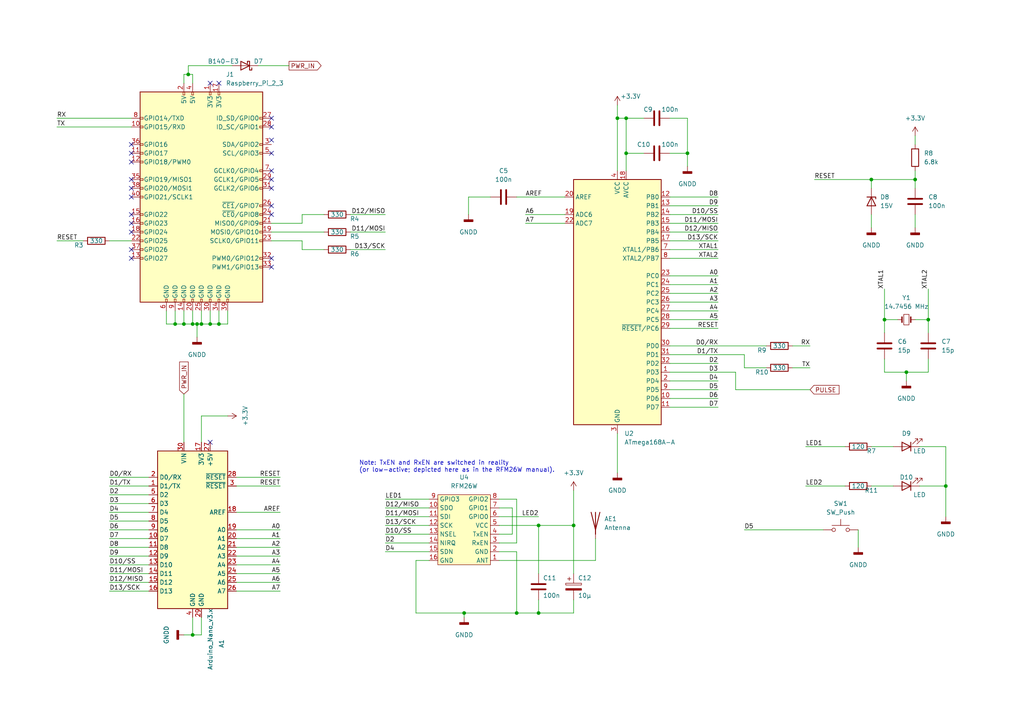
<source format=kicad_sch>
(kicad_sch (version 20211123) (generator eeschema)
  (paper "A4")
  (lib_symbols
    (symbol "Connector:Raspberry_Pi_2_3" (pin_names (offset 1.016))
      (property "Reference" "J" (at -17.78 31.75 0))
      (property "Value" "Raspberry_Pi_2_3" (at 10.16 -31.75 0))
      (symbol "Raspberry_Pi_2_3_0_1"
        (rectangle (start -17.78 30.48) (end 17.78 -30.48) (stroke (width 0.254)) (fill (type background)))
      )
      (symbol "Raspberry_Pi_2_3_1_1"
        (rectangle (start -16.891 -17.526) (end -17.78 -18.034))
        (rectangle (start -16.891 -14.986) (end -17.78 -15.494))
        (rectangle (start -16.891 -12.446) (end -17.78 -12.954))
        (rectangle (start -16.891 -9.906) (end -17.78 -10.414))
        (rectangle (start -16.891 -7.366) (end -17.78 -7.874))
        (rectangle (start -16.891 -4.826) (end -17.78 -5.334))
        (rectangle (start -16.891 0.254) (end -17.78 -0.254))
        (rectangle (start -16.891 2.794) (end -17.78 2.286))
        (rectangle (start -16.891 5.334) (end -17.78 4.826))
        (rectangle (start -16.891 10.414) (end -17.78 9.906))
        (rectangle (start -16.891 12.954) (end -17.78 12.446))
        (rectangle (start -16.891 15.494) (end -17.78 14.986))
        (rectangle (start -16.891 20.574) (end -17.78 20.066))
        (rectangle (start -16.891 23.114) (end -17.78 22.606))
        (rectangle (start -10.414 -29.591) (end -9.906 -30.48))
        (rectangle (start -7.874 -29.591) (end -7.366 -30.48))
        (rectangle (start -5.334 -29.591) (end -4.826 -30.48))
        (rectangle (start -5.334 30.48) (end -4.826 29.591))
        (rectangle (start -2.794 -29.591) (end -2.286 -30.48))
        (rectangle (start -2.794 30.48) (end -2.286 29.591))
        (rectangle (start -0.254 -29.591) (end 0.254 -30.48))
        (rectangle (start 2.286 -29.591) (end 2.794 -30.48))
        (rectangle (start 2.286 30.48) (end 2.794 29.591))
        (rectangle (start 4.826 -29.591) (end 5.334 -30.48))
        (rectangle (start 4.826 30.48) (end 5.334 29.591))
        (rectangle (start 7.366 -29.591) (end 7.874 -30.48))
        (rectangle (start 17.78 -20.066) (end 16.891 -20.574))
        (rectangle (start 17.78 -17.526) (end 16.891 -18.034))
        (rectangle (start 17.78 -12.446) (end 16.891 -12.954))
        (rectangle (start 17.78 -9.906) (end 16.891 -10.414))
        (rectangle (start 17.78 -7.366) (end 16.891 -7.874))
        (rectangle (start 17.78 -4.826) (end 16.891 -5.334))
        (rectangle (start 17.78 -2.286) (end 16.891 -2.794))
        (rectangle (start 17.78 2.794) (end 16.891 2.286))
        (rectangle (start 17.78 5.334) (end 16.891 4.826))
        (rectangle (start 17.78 7.874) (end 16.891 7.366))
        (rectangle (start 17.78 12.954) (end 16.891 12.446))
        (rectangle (start 17.78 15.494) (end 16.891 14.986))
        (rectangle (start 17.78 20.574) (end 16.891 20.066))
        (rectangle (start 17.78 23.114) (end 16.891 22.606))
        (pin power_in line (at 2.54 33.02 270) (length 2.54) (name "3V3") (number "1"))
        (pin bidirectional line (at -20.32 20.32 0) (length 2.54) (name "GPIO15/RXD") (number "10"))
        (pin bidirectional line (at -20.32 12.7 0) (length 2.54) (name "GPIO17") (number "11"))
        (pin bidirectional line (at -20.32 10.16 0) (length 2.54) (name "GPIO18/PWM0") (number "12"))
        (pin bidirectional line (at -20.32 -17.78 0) (length 2.54) (name "GPIO27") (number "13"))
        (pin power_in line (at -5.08 -33.02 90) (length 2.54) (name "GND") (number "14"))
        (pin bidirectional line (at -20.32 -5.08 0) (length 2.54) (name "GPIO22") (number "15"))
        (pin bidirectional line (at -20.32 -7.62 0) (length 2.54) (name "GPIO23") (number "16"))
        (pin power_in line (at 5.08 33.02 270) (length 2.54) (name "3V3") (number "17"))
        (pin bidirectional line (at -20.32 -10.16 0) (length 2.54) (name "GPIO24") (number "18"))
        (pin bidirectional line (at 20.32 -10.16 180) (length 2.54) (name "MOSI0/GPIO10") (number "19"))
        (pin power_in line (at -5.08 33.02 270) (length 2.54) (name "5V") (number "2"))
        (pin power_in line (at -2.54 -33.02 90) (length 2.54) (name "GND") (number "20"))
        (pin bidirectional line (at 20.32 -7.62 180) (length 2.54) (name "MISO0/GPIO9") (number "21"))
        (pin bidirectional line (at -20.32 -12.7 0) (length 2.54) (name "GPIO25") (number "22"))
        (pin bidirectional line (at 20.32 -12.7 180) (length 2.54) (name "SCLK0/GPIO11") (number "23"))
        (pin bidirectional line (at 20.32 -5.08 180) (length 2.54) (name "~{CE0}/GPIO8") (number "24"))
        (pin power_in line (at 0 -33.02 90) (length 2.54) (name "GND") (number "25"))
        (pin bidirectional line (at 20.32 -2.54 180) (length 2.54) (name "~{CE1}/GPIO7") (number "26"))
        (pin bidirectional line (at 20.32 22.86 180) (length 2.54) (name "ID_SD/GPIO0") (number "27"))
        (pin bidirectional line (at 20.32 20.32 180) (length 2.54) (name "ID_SC/GPIO1") (number "28"))
        (pin bidirectional line (at 20.32 5.08 180) (length 2.54) (name "GCLK1/GPIO5") (number "29"))
        (pin bidirectional line (at 20.32 15.24 180) (length 2.54) (name "SDA/GPIO2") (number "3"))
        (pin power_in line (at 2.54 -33.02 90) (length 2.54) (name "GND") (number "30"))
        (pin bidirectional line (at 20.32 2.54 180) (length 2.54) (name "GCLK2/GPIO6") (number "31"))
        (pin bidirectional line (at 20.32 -17.78 180) (length 2.54) (name "PWM0/GPIO12") (number "32"))
        (pin bidirectional line (at 20.32 -20.32 180) (length 2.54) (name "PWM1/GPIO13") (number "33"))
        (pin power_in line (at 5.08 -33.02 90) (length 2.54) (name "GND") (number "34"))
        (pin bidirectional line (at -20.32 5.08 0) (length 2.54) (name "GPIO19/MISO1") (number "35"))
        (pin bidirectional line (at -20.32 15.24 0) (length 2.54) (name "GPIO16") (number "36"))
        (pin bidirectional line (at -20.32 -15.24 0) (length 2.54) (name "GPIO26") (number "37"))
        (pin bidirectional line (at -20.32 2.54 0) (length 2.54) (name "GPIO20/MOSI1") (number "38"))
        (pin power_in line (at 7.62 -33.02 90) (length 2.54) (name "GND") (number "39"))
        (pin power_in line (at -2.54 33.02 270) (length 2.54) (name "5V") (number "4"))
        (pin bidirectional line (at -20.32 0 0) (length 2.54) (name "GPIO21/SCLK1") (number "40"))
        (pin bidirectional line (at 20.32 12.7 180) (length 2.54) (name "SCL/GPIO3") (number "5"))
        (pin power_in line (at -10.16 -33.02 90) (length 2.54) (name "GND") (number "6"))
        (pin bidirectional line (at 20.32 7.62 180) (length 2.54) (name "GCLK0/GPIO4") (number "7"))
        (pin bidirectional line (at -20.32 22.86 0) (length 2.54) (name "GPIO14/TXD") (number "8"))
        (pin power_in line (at -7.62 -33.02 90) (length 2.54) (name "GND") (number "9"))
      )
    )
    (symbol "Device:Antenna" (pin_numbers hide) (pin_names (offset 1.016) hide)
      (property "Reference" "AE" (at -1.905 1.905 0))
      (property "Value" "Antenna" (at -1.905 0 0))
      (symbol "Antenna_0_1"
        (polyline (pts (xy 0 2.54) (xy 0 -3.81)) (stroke (width 0.254)))
        (polyline (pts (xy 1.27 2.54) (xy 0 -2.54) (xy -1.27 2.54)) (stroke (width 0.254)))
      )
      (symbol "Antenna_1_1"
        (pin input line (at 0 -5.08 90) (length 2.54) (name "A") (number "1"))
      )
    )
    (symbol "Device:C" (pin_numbers hide) (pin_names (offset 0.254))
      (property "Reference" "C" (at 0.635 2.54 0))
      (property "Value" "C" (at 0.635 -2.54 0))
      (symbol "C_0_1"
        (polyline (pts (xy -2.032 -0.762) (xy 2.032 -0.762)) (stroke (width 0.508)))
        (polyline (pts (xy -2.032 0.762) (xy 2.032 0.762)) (stroke (width 0.508)))
      )
      (symbol "C_1_1"
        (pin passive line (at 0 3.81 270) (length 2.794) (name "~") (number "1"))
        (pin passive line (at 0 -3.81 90) (length 2.794) (name "~") (number "2"))
      )
    )
    (symbol "Device:C_Polarized" (pin_numbers hide) (pin_names (offset 0.254))
      (property "Reference" "C" (at 0.635 2.54 0))
      (property "Value" "C_Polarized" (at 0.635 -2.54 0))
      (symbol "C_Polarized_0_1"
        (rectangle (start -2.286 0.508) (end 2.286 1.016))
        (polyline (pts (xy -1.778 2.286) (xy -0.762 2.286)))
        (polyline (pts (xy -1.27 2.794) (xy -1.27 1.778)))
        (rectangle (start 2.286 -0.508) (end -2.286 -1.016) (fill (type outline)))
      )
      (symbol "C_Polarized_1_1"
        (pin passive line (at 0 3.81 270) (length 2.794) (name "~") (number "1"))
        (pin passive line (at 0 -3.81 90) (length 2.794) (name "~") (number "2"))
      )
    )
    (symbol "Device:Crystal_Small" (pin_numbers hide) (pin_names (offset 1.016) hide)
      (property "Reference" "Y" (at 0 2.54 0))
      (property "Value" "Crystal_Small" (at 0 -2.54 0))
      (symbol "Crystal_Small_0_1"
        (rectangle (start -0.762 -1.524) (end 0.762 1.524))
        (polyline (pts (xy -1.27 -0.762) (xy -1.27 0.762)) (stroke (width 0.381)))
        (polyline (pts (xy 1.27 -0.762) (xy 1.27 0.762)) (stroke (width 0.381)))
      )
      (symbol "Crystal_Small_1_1"
        (pin passive line (at -2.54 0 0) (length 1.27) (name "1") (number "1"))
        (pin passive line (at 2.54 0 180) (length 1.27) (name "2") (number "2"))
      )
    )
    (symbol "Device:D_Zener" (pin_numbers hide) (pin_names (offset 1.016) hide)
      (property "Reference" "D" (at 0 2.54 0))
      (property "Value" "D_Zener" (at 0 -2.54 0))
      (symbol "D_Zener_0_1"
        (polyline (pts (xy 1.27 0) (xy -1.27 0)))
        (polyline (pts (xy -1.27 -1.27) (xy -1.27 1.27) (xy -0.762 1.27)) (stroke (width 0.254)))
        (polyline (pts (xy 1.27 -1.27) (xy 1.27 1.27) (xy -1.27 0) (xy 1.27 -1.27)) (stroke (width 0.254)))
      )
      (symbol "D_Zener_1_1"
        (pin passive line (at -3.81 0 0) (length 2.54) (name "K") (number "1"))
        (pin passive line (at 3.81 0 180) (length 2.54) (name "A") (number "2"))
      )
    )
    (symbol "Device:LED" (pin_numbers hide) (pin_names (offset 1.016) hide)
      (property "Reference" "D" (at 0 2.54 0))
      (property "Value" "LED" (at 0 -2.54 0))
      (symbol "LED_0_1"
        (polyline (pts (xy -1.27 -1.27) (xy -1.27 1.27)) (stroke (width 0.254)))
        (polyline (pts (xy -1.27 0) (xy 1.27 0)))
        (polyline (pts (xy 1.27 -1.27) (xy 1.27 1.27) (xy -1.27 0) (xy 1.27 -1.27)) (stroke (width 0.254)))
        (polyline (pts (xy -3.048 -0.762) (xy -4.572 -2.286) (xy -3.81 -2.286) (xy -4.572 -2.286) (xy -4.572 -1.524)))
        (polyline (pts (xy -1.778 -0.762) (xy -3.302 -2.286) (xy -2.54 -2.286) (xy -3.302 -2.286) (xy -3.302 -1.524)))
      )
      (symbol "LED_1_1"
        (pin passive line (at -3.81 0 0) (length 2.54) (name "K") (number "1"))
        (pin passive line (at 3.81 0 180) (length 2.54) (name "A") (number "2"))
      )
    )
    (symbol "Device:R" (pin_numbers hide) (pin_names (offset 0))
      (property "Reference" "R" (at 2.032 0 90))
      (property "Value" "R" (at 0 0 90))
      (symbol "R_0_1"
        (rectangle (start -1.016 -2.54) (end 1.016 2.54) (stroke (width 0.254)))
      )
      (symbol "R_1_1"
        (pin passive line (at 0 3.81 270) (length 1.27) (name "~") (number "1"))
        (pin passive line (at 0 -3.81 90) (length 1.27) (name "~") (number "2"))
      )
    )
    (symbol "Diode:B140-E3" (pin_numbers hide) (pin_names hide)
      (property "Reference" "D" (at 0 2.54 0))
      (property "Value" "B140-E3" (at 0 -2.54 0))
      (symbol "B140-E3_0_1"
        (polyline (pts (xy 1.27 0) (xy -1.27 0)))
        (polyline (pts (xy 1.27 1.27) (xy 1.27 -1.27) (xy -1.27 0) (xy 1.27 1.27)) (stroke (width 0.254)))
        (polyline (pts (xy -1.905 0.635) (xy -1.905 1.27) (xy -1.27 1.27) (xy -1.27 -1.27) (xy -0.635 -1.27) (xy -0.635 -0.635)) (stroke (width 0.254)))
      )
      (symbol "B140-E3_1_1"
        (pin passive line (at -3.81 0 0) (length 2.54) (name "K") (number "1"))
        (pin passive line (at 3.81 0 180) (length 2.54) (name "A") (number "2"))
      )
    )
    (symbol "MCU_Microchip_ATmega:ATmega168A-A"
      (property "Reference" "U" (at -12.7 36.83 0))
      (property "Value" "ATmega168A-A" (at 2.54 -36.83 0))
      (symbol "ATmega168A-A_0_1"
        (rectangle (start -12.7 -35.56) (end 12.7 35.56) (stroke (width 0.254)) (fill (type background)))
      )
      (symbol "ATmega168A-A_1_1"
        (pin bidirectional line (at 15.24 -20.32 180) (length 2.54) (name "PD3") (number "1"))
        (pin bidirectional line (at 15.24 -27.94 180) (length 2.54) (name "PD6") (number "10"))
        (pin bidirectional line (at 15.24 -30.48 180) (length 2.54) (name "PD7") (number "11"))
        (pin bidirectional line (at 15.24 30.48 180) (length 2.54) (name "PB0") (number "12"))
        (pin bidirectional line (at 15.24 27.94 180) (length 2.54) (name "PB1") (number "13"))
        (pin bidirectional line (at 15.24 25.4 180) (length 2.54) (name "PB2") (number "14"))
        (pin bidirectional line (at 15.24 22.86 180) (length 2.54) (name "PB3") (number "15"))
        (pin bidirectional line (at 15.24 20.32 180) (length 2.54) (name "PB4") (number "16"))
        (pin bidirectional line (at 15.24 17.78 180) (length 2.54) (name "PB5") (number "17"))
        (pin power_in line (at 2.54 38.1 270) (length 2.54) (name "AVCC") (number "18"))
        (pin input line (at -15.24 25.4 0) (length 2.54) (name "ADC6") (number "19"))
        (pin bidirectional line (at 15.24 -22.86 180) (length 2.54) (name "PD4") (number "2"))
        (pin passive line (at -15.24 30.48 0) (length 2.54) (name "AREF") (number "20"))
        (pin passive line (at 0 -38.1 90) (length 2.54) hide (name "GND") (number "21"))
        (pin input line (at -15.24 22.86 0) (length 2.54) (name "ADC7") (number "22"))
        (pin bidirectional line (at 15.24 7.62 180) (length 2.54) (name "PC0") (number "23"))
        (pin bidirectional line (at 15.24 5.08 180) (length 2.54) (name "PC1") (number "24"))
        (pin bidirectional line (at 15.24 2.54 180) (length 2.54) (name "PC2") (number "25"))
        (pin bidirectional line (at 15.24 0 180) (length 2.54) (name "PC3") (number "26"))
        (pin bidirectional line (at 15.24 -2.54 180) (length 2.54) (name "PC4") (number "27"))
        (pin bidirectional line (at 15.24 -5.08 180) (length 2.54) (name "PC5") (number "28"))
        (pin bidirectional line (at 15.24 -7.62 180) (length 2.54) (name "~{RESET}/PC6") (number "29"))
        (pin power_in line (at 0 -38.1 90) (length 2.54) (name "GND") (number "3"))
        (pin bidirectional line (at 15.24 -12.7 180) (length 2.54) (name "PD0") (number "30"))
        (pin bidirectional line (at 15.24 -15.24 180) (length 2.54) (name "PD1") (number "31"))
        (pin bidirectional line (at 15.24 -17.78 180) (length 2.54) (name "PD2") (number "32"))
        (pin power_in line (at 0 38.1 270) (length 2.54) (name "VCC") (number "4"))
        (pin passive line (at 0 -38.1 90) (length 2.54) hide (name "GND") (number "5"))
        (pin passive line (at 0 38.1 270) (length 2.54) hide (name "VCC") (number "6"))
        (pin bidirectional line (at 15.24 15.24 180) (length 2.54) (name "XTAL1/PB6") (number "7"))
        (pin bidirectional line (at 15.24 12.7 180) (length 2.54) (name "XTAL2/PB7") (number "8"))
        (pin bidirectional line (at 15.24 -25.4 180) (length 2.54) (name "PD5") (number "9"))
      )
    )
    (symbol "MCU_Module:Arduino_Nano_v3.x"
      (property "Reference" "A" (at -10.16 23.495 0))
      (property "Value" "Arduino_Nano_v3.x" (at 5.08 -24.13 0))
      (symbol "Arduino_Nano_v3.x_0_1"
        (rectangle (start -10.16 22.86) (end 10.16 -22.86) (stroke (width 0.254)) (fill (type background)))
      )
      (symbol "Arduino_Nano_v3.x_1_1"
        (pin bidirectional line (at -12.7 12.7 0) (length 2.54) (name "D1/TX") (number "1"))
        (pin bidirectional line (at -12.7 -2.54 0) (length 2.54) (name "D7") (number "10"))
        (pin bidirectional line (at -12.7 -5.08 0) (length 2.54) (name "D8") (number "11"))
        (pin bidirectional line (at -12.7 -7.62 0) (length 2.54) (name "D9") (number "12"))
        (pin bidirectional line (at -12.7 -10.16 0) (length 2.54) (name "D10") (number "13"))
        (pin bidirectional line (at -12.7 -12.7 0) (length 2.54) (name "D11") (number "14"))
        (pin bidirectional line (at -12.7 -15.24 0) (length 2.54) (name "D12") (number "15"))
        (pin bidirectional line (at -12.7 -17.78 0) (length 2.54) (name "D13") (number "16"))
        (pin power_out line (at 2.54 25.4 270) (length 2.54) (name "3V3") (number "17"))
        (pin input line (at 12.7 5.08 180) (length 2.54) (name "AREF") (number "18"))
        (pin bidirectional line (at 12.7 0 180) (length 2.54) (name "A0") (number "19"))
        (pin bidirectional line (at -12.7 15.24 0) (length 2.54) (name "D0/RX") (number "2"))
        (pin bidirectional line (at 12.7 -2.54 180) (length 2.54) (name "A1") (number "20"))
        (pin bidirectional line (at 12.7 -5.08 180) (length 2.54) (name "A2") (number "21"))
        (pin bidirectional line (at 12.7 -7.62 180) (length 2.54) (name "A3") (number "22"))
        (pin bidirectional line (at 12.7 -10.16 180) (length 2.54) (name "A4") (number "23"))
        (pin bidirectional line (at 12.7 -12.7 180) (length 2.54) (name "A5") (number "24"))
        (pin bidirectional line (at 12.7 -15.24 180) (length 2.54) (name "A6") (number "25"))
        (pin bidirectional line (at 12.7 -17.78 180) (length 2.54) (name "A7") (number "26"))
        (pin power_out line (at 5.08 25.4 270) (length 2.54) (name "+5V") (number "27"))
        (pin input line (at 12.7 15.24 180) (length 2.54) (name "~{RESET}") (number "28"))
        (pin power_in line (at 2.54 -25.4 90) (length 2.54) (name "GND") (number "29"))
        (pin input line (at 12.7 12.7 180) (length 2.54) (name "~{RESET}") (number "3"))
        (pin power_in line (at -2.54 25.4 270) (length 2.54) (name "VIN") (number "30"))
        (pin power_in line (at 0 -25.4 90) (length 2.54) (name "GND") (number "4"))
        (pin bidirectional line (at -12.7 10.16 0) (length 2.54) (name "D2") (number "5"))
        (pin bidirectional line (at -12.7 7.62 0) (length 2.54) (name "D3") (number "6"))
        (pin bidirectional line (at -12.7 5.08 0) (length 2.54) (name "D4") (number "7"))
        (pin bidirectional line (at -12.7 2.54 0) (length 2.54) (name "D5") (number "8"))
        (pin bidirectional line (at -12.7 0 0) (length 2.54) (name "D6") (number "9"))
      )
    )
    (symbol "Switch:SW_Push" (pin_numbers hide) (pin_names (offset 1.016) hide)
      (property "Reference" "SW" (at 1.27 2.54 0))
      (property "Value" "SW_Push" (at 0 -1.524 0))
      (symbol "SW_Push_0_1"
        (circle (center -2.032 0) (radius 0.508))
        (polyline (pts (xy 0 1.27) (xy 0 3.048)))
        (polyline (pts (xy 2.54 1.27) (xy -2.54 1.27)))
        (circle (center 2.032 0) (radius 0.508))
        (pin passive line (at -5.08 0 0) (length 2.54) (name "1") (number "1"))
        (pin passive line (at 5.08 0 180) (length 2.54) (name "2") (number "2"))
      )
    )
    (symbol "power:+3.3V" (power) (pin_names (offset 0))
      (property "Value" "+3.3V" (at 0 3.556 0))
      (symbol "+3.3V_0_1"
        (polyline (pts (xy -0.762 1.27) (xy 0 2.54)))
        (polyline (pts (xy 0 0) (xy 0 2.54)))
        (polyline (pts (xy 0 2.54) (xy 0.762 1.27)))
      )
      (symbol "+3.3V_1_1"
        (pin power_in line (at 0 0 90) (length 0) hide (name "+3.3V") (number "1"))
      )
    )
    (symbol "power:GNDD" (power) (pin_names (offset 0))
      (property "Value" "GNDD" (at 0 -3.175 0))
      (symbol "GNDD_0_1"
        (rectangle (start -1.27 -1.524) (end 1.27 -2.032) (stroke (width 0.254)) (fill (type outline)))
        (polyline (pts (xy 0 0) (xy 0 -1.524)))
      )
      (symbol "GNDD_1_1"
        (pin power_in line (at 0 0 270) (length 0) hide (name "GNDD") (number "1"))
      )
    )
    (symbol "rfm26w:RFM26W"
      (property "Reference" "U" (at -10.16 -2.54 0))
      (property "Value" "RFM26W" (at -10.16 20.32 0))
      (symbol "RFM26W_0_1"
        (rectangle (start -17.78 19.05) (end -2.54 -1.27) (fill (type background)))
      )
      (symbol "RFM26W_1_1"
        (pin passive line (at 0 0 180) (length 2.54) (name "ANT") (number "1"))
        (pin output line (at -20.32 15.24 0) (length 2.54) (name "SDO") (number "10"))
        (pin input line (at -20.32 12.7 0) (length 2.54) (name "SDI") (number "11"))
        (pin input line (at -20.32 10.16 0) (length 2.54) (name "SCK") (number "12"))
        (pin input line (at -20.32 7.62 0) (length 2.54) (name "NSEL") (number "13"))
        (pin output line (at -20.32 5.08 0) (length 2.54) (name "NIRQ") (number "14"))
        (pin input line (at -20.32 2.54 0) (length 2.54) (name "SDN") (number "15"))
        (pin power_in line (at -20.32 0 0) (length 2.54) (name "GND") (number "16"))
        (pin power_in line (at 0 2.54 180) (length 2.54) (name "GND") (number "2"))
        (pin input line (at 0 5.08 180) (length 2.54) (name "RxEN") (number "3"))
        (pin input line (at 0 7.62 180) (length 2.54) (name "TxEN") (number "4"))
        (pin power_in line (at 0 10.16 180) (length 2.54) (name "VCC") (number "5"))
        (pin bidirectional line (at 0 12.7 180) (length 2.54) (name "GPIO0") (number "6"))
        (pin bidirectional line (at 0 15.24 180) (length 2.54) (name "GPIO1") (number "7"))
        (pin bidirectional line (at 0 17.78 180) (length 2.54) (name "GPIO2") (number "8"))
        (pin bidirectional line (at -20.32 17.78 0) (length 2.54) (name "GPIO3") (number "9"))
      )
    )
  )
  (junction (at 53.34 93.98))
  (junction (at 60.96 93.98))
  (junction (at 256.54 92.71))
  (junction (at 269.24 92.71))
  (junction (at 181.61 34.29))
  (junction (at 252.73 52.07))
  (junction (at 156.21 152.4))
  (junction (at 58.42 93.98))
  (junction (at 179.07 34.29))
  (junction (at 181.61 44.45))
  (junction (at 265.43 52.07))
  (junction (at 166.37 152.4))
  (junction (at 55.88 93.98))
  (junction (at 63.5 93.98))
  (junction (at 262.89 107.95))
  (junction (at 156.21 177.8))
  (junction (at 134.62 177.8))
  (junction (at 149.86 177.8))
  (junction (at 50.8 93.98))
  (junction (at 54.61 21.59))
  (junction (at 57.15 93.98))
  (junction (at 274.32 140.97))
  (junction (at 199.39 44.45))
  (junction (at 55.88 184.15))
  (no_connect (at 38.1 54.61))
  (no_connect (at 38.1 57.15))
  (no_connect (at 38.1 62.23))
  (no_connect (at 78.74 59.69))
  (no_connect (at 78.74 62.23))
  (no_connect (at 78.74 54.61))
  (no_connect (at 78.74 52.07))
  (no_connect (at 78.74 49.53))
  (no_connect (at 78.74 44.45))
  (no_connect (at 78.74 40.64))
  (no_connect (at 78.74 36.83))
  (no_connect (at 78.74 34.29))
  (no_connect (at 38.1 64.77))
  (no_connect (at 38.1 67.31))
  (no_connect (at 38.1 72.39))
  (no_connect (at 38.1 74.93))
  (no_connect (at 78.74 77.47))
  (no_connect (at 78.74 74.93))
  (no_connect (at 60.96 128.27))
  (no_connect (at 38.1 46.99))
  (no_connect (at 38.1 52.07))
  (no_connect (at 38.1 41.91))
  (no_connect (at 38.1 44.45))
  (no_connect (at 63.5 24.13))
  (no_connect (at 60.96 24.13))
  (wire (pts (xy 16.51 34.29) (xy 38.1 34.29)))
  (wire (pts (xy 148.59 154.94) (xy 148.59 147.32)))
  (wire (pts (xy 101.6 72.39) (xy 111.76 72.39)))
  (wire (pts (xy 53.34 114.3) (xy 53.34 128.27)))
  (wire (pts (xy 31.75 163.83) (xy 43.18 163.83)))
  (wire (pts (xy 194.31 102.87) (xy 215.9 102.87)))
  (wire (pts (xy 166.37 177.8) (xy 156.21 177.8)))
  (wire (pts (xy 48.26 90.17) (xy 48.26 93.98)))
  (wire (pts (xy 265.43 62.23) (xy 265.43 66.04)))
  (wire (pts (xy 213.36 107.95) (xy 213.36 113.03)))
  (wire (pts (xy 236.22 52.07) (xy 252.73 52.07)))
  (wire (pts (xy 179.07 34.29) (xy 181.61 34.29)))
  (wire (pts (xy 194.31 92.71) (xy 208.28 92.71)))
  (wire (pts (xy 194.31 80.01) (xy 208.28 80.01)))
  (wire (pts (xy 87.63 64.77) (xy 87.63 62.23)))
  (wire (pts (xy 194.31 87.63) (xy 208.28 87.63)))
  (wire (pts (xy 181.61 34.29) (xy 186.69 34.29)))
  (wire (pts (xy 68.58 156.21) (xy 81.28 156.21)))
  (wire (pts (xy 166.37 173.99) (xy 166.37 177.8)))
  (wire (pts (xy 16.51 36.83) (xy 38.1 36.83)))
  (wire (pts (xy 229.87 100.33) (xy 234.95 100.33)))
  (wire (pts (xy 248.92 153.67) (xy 248.92 158.75)))
  (wire (pts (xy 101.6 67.31) (xy 111.76 67.31)))
  (wire (pts (xy 31.75 158.75) (xy 43.18 158.75)))
  (wire (pts (xy 111.76 149.86) (xy 124.46 149.86)))
  (wire (pts (xy 179.07 30.48) (xy 179.07 34.29)))
  (wire (pts (xy 135.89 57.15) (xy 142.24 57.15)))
  (wire (pts (xy 194.31 44.45) (xy 199.39 44.45)))
  (wire (pts (xy 60.96 93.98) (xy 63.5 93.98)))
  (wire (pts (xy 215.9 153.67) (xy 238.76 153.67)))
  (wire (pts (xy 194.31 69.85) (xy 208.28 69.85)))
  (wire (pts (xy 172.72 162.56) (xy 172.72 156.21)))
  (wire (pts (xy 265.43 92.71) (xy 269.24 92.71)))
  (wire (pts (xy 194.31 67.31) (xy 208.28 67.31)))
  (wire (pts (xy 194.31 59.69) (xy 208.28 59.69)))
  (wire (pts (xy 31.75 146.05) (xy 43.18 146.05)))
  (wire (pts (xy 179.07 125.73) (xy 179.07 137.16)))
  (wire (pts (xy 53.34 90.17) (xy 53.34 93.98)))
  (wire (pts (xy 144.78 149.86) (xy 156.21 149.86)))
  (wire (pts (xy 213.36 113.03) (xy 234.95 113.03)))
  (wire (pts (xy 16.51 69.85) (xy 24.13 69.85)))
  (wire (pts (xy 215.9 106.68) (xy 222.25 106.68)))
  (wire (pts (xy 31.75 140.97) (xy 43.18 140.97)))
  (wire (pts (xy 144.78 152.4) (xy 156.21 152.4)))
  (wire (pts (xy 58.42 93.98) (xy 60.96 93.98)))
  (wire (pts (xy 120.65 162.56) (xy 120.65 177.8)))
  (wire (pts (xy 54.61 21.59) (xy 54.61 19.05)))
  (wire (pts (xy 199.39 48.26) (xy 199.39 44.45)))
  (wire (pts (xy 55.88 21.59) (xy 55.88 24.13)))
  (wire (pts (xy 166.37 142.24) (xy 166.37 152.4)))
  (wire (pts (xy 50.8 93.98) (xy 53.34 93.98)))
  (wire (pts (xy 54.61 21.59) (xy 55.88 21.59)))
  (wire (pts (xy 68.58 158.75) (xy 81.28 158.75)))
  (wire (pts (xy 233.68 129.54) (xy 245.11 129.54)))
  (wire (pts (xy 181.61 34.29) (xy 181.61 44.45)))
  (wire (pts (xy 87.63 62.23) (xy 93.98 62.23)))
  (wire (pts (xy 53.34 93.98) (xy 55.88 93.98)))
  (wire (pts (xy 55.88 179.07) (xy 55.88 184.15)))
  (wire (pts (xy 252.73 62.23) (xy 252.73 66.04)))
  (wire (pts (xy 252.73 129.54) (xy 259.08 129.54)))
  (wire (pts (xy 199.39 34.29) (xy 194.31 34.29)))
  (wire (pts (xy 194.31 100.33) (xy 222.25 100.33)))
  (wire (pts (xy 124.46 162.56) (xy 120.65 162.56)))
  (wire (pts (xy 208.28 74.93) (xy 194.31 74.93)))
  (wire (pts (xy 66.04 120.65) (xy 58.42 120.65)))
  (wire (pts (xy 265.43 39.37) (xy 265.43 41.91)))
  (wire (pts (xy 256.54 83.82) (xy 256.54 92.71)))
  (wire (pts (xy 194.31 105.41) (xy 208.28 105.41)))
  (wire (pts (xy 208.28 72.39) (xy 194.31 72.39)))
  (wire (pts (xy 74.93 19.05) (xy 83.82 19.05)))
  (wire (pts (xy 194.31 118.11) (xy 208.28 118.11)))
  (wire (pts (xy 134.62 177.8) (xy 120.65 177.8)))
  (wire (pts (xy 274.32 140.97) (xy 274.32 149.86)))
  (wire (pts (xy 31.75 156.21) (xy 43.18 156.21)))
  (wire (pts (xy 256.54 107.95) (xy 262.89 107.95)))
  (wire (pts (xy 156.21 177.8) (xy 156.21 173.99)))
  (wire (pts (xy 194.31 82.55) (xy 208.28 82.55)))
  (wire (pts (xy 149.86 177.8) (xy 134.62 177.8)))
  (wire (pts (xy 68.58 148.59) (xy 81.28 148.59)))
  (wire (pts (xy 194.31 110.49) (xy 208.28 110.49)))
  (wire (pts (xy 55.88 184.15) (xy 53.34 184.15)))
  (wire (pts (xy 66.04 93.98) (xy 66.04 90.17)))
  (wire (pts (xy 111.76 152.4) (xy 124.46 152.4)))
  (wire (pts (xy 194.31 107.95) (xy 213.36 107.95)))
  (wire (pts (xy 252.73 140.97) (xy 259.08 140.97)))
  (wire (pts (xy 78.74 67.31) (xy 93.98 67.31)))
  (wire (pts (xy 31.75 166.37) (xy 43.18 166.37)))
  (wire (pts (xy 194.31 95.25) (xy 208.28 95.25)))
  (wire (pts (xy 262.89 107.95) (xy 262.89 110.49)))
  (wire (pts (xy 262.89 107.95) (xy 269.24 107.95)))
  (wire (pts (xy 68.58 153.67) (xy 81.28 153.67)))
  (wire (pts (xy 48.26 93.98) (xy 50.8 93.98)))
  (wire (pts (xy 144.78 160.02) (xy 149.86 160.02)))
  (wire (pts (xy 149.86 160.02) (xy 149.86 177.8)))
  (wire (pts (xy 53.34 24.13) (xy 53.34 21.59)))
  (wire (pts (xy 31.75 161.29) (xy 43.18 161.29)))
  (wire (pts (xy 256.54 92.71) (xy 256.54 96.52)))
  (wire (pts (xy 156.21 152.4) (xy 156.21 166.37)))
  (wire (pts (xy 87.63 69.85) (xy 87.63 72.39)))
  (wire (pts (xy 58.42 128.27) (xy 58.42 120.65)))
  (wire (pts (xy 68.58 166.37) (xy 81.28 166.37)))
  (wire (pts (xy 194.31 85.09) (xy 208.28 85.09)))
  (wire (pts (xy 233.68 140.97) (xy 245.11 140.97)))
  (wire (pts (xy 194.31 115.57) (xy 208.28 115.57)))
  (wire (pts (xy 152.4 62.23) (xy 163.83 62.23)))
  (wire (pts (xy 78.74 69.85) (xy 87.63 69.85)))
  (wire (pts (xy 266.7 140.97) (xy 274.32 140.97)))
  (wire (pts (xy 31.75 171.45) (xy 43.18 171.45)))
  (wire (pts (xy 31.75 69.85) (xy 38.1 69.85)))
  (wire (pts (xy 144.78 154.94) (xy 148.59 154.94)))
  (wire (pts (xy 50.8 90.17) (xy 50.8 93.98)))
  (wire (pts (xy 111.76 147.32) (xy 124.46 147.32)))
  (wire (pts (xy 229.87 106.68) (xy 234.95 106.68)))
  (wire (pts (xy 265.43 52.07) (xy 265.43 54.61)))
  (wire (pts (xy 63.5 90.17) (xy 63.5 93.98)))
  (wire (pts (xy 31.75 148.59) (xy 43.18 148.59)))
  (wire (pts (xy 57.15 93.98) (xy 57.15 97.79)))
  (wire (pts (xy 144.78 162.56) (xy 172.72 162.56)))
  (wire (pts (xy 31.75 151.13) (xy 43.18 151.13)))
  (wire (pts (xy 256.54 92.71) (xy 260.35 92.71)))
  (wire (pts (xy 31.75 143.51) (xy 43.18 143.51)))
  (wire (pts (xy 194.31 57.15) (xy 208.28 57.15)))
  (wire (pts (xy 60.96 90.17) (xy 60.96 93.98)))
  (wire (pts (xy 269.24 92.71) (xy 269.24 96.52)))
  (wire (pts (xy 194.31 62.23) (xy 208.28 62.23)))
  (wire (pts (xy 111.76 160.02) (xy 124.46 160.02)))
  (wire (pts (xy 181.61 44.45) (xy 186.69 44.45)))
  (wire (pts (xy 144.78 144.78) (xy 149.86 144.78)))
  (wire (pts (xy 68.58 171.45) (xy 81.28 171.45)))
  (wire (pts (xy 149.86 157.48) (xy 144.78 157.48)))
  (wire (pts (xy 149.86 144.78) (xy 149.86 157.48)))
  (wire (pts (xy 135.89 62.23) (xy 135.89 57.15)))
  (wire (pts (xy 256.54 104.14) (xy 256.54 107.95)))
  (wire (pts (xy 63.5 93.98) (xy 66.04 93.98)))
  (wire (pts (xy 269.24 107.95) (xy 269.24 104.14)))
  (wire (pts (xy 111.76 154.94) (xy 124.46 154.94)))
  (wire (pts (xy 31.75 138.43) (xy 43.18 138.43)))
  (wire (pts (xy 252.73 52.07) (xy 265.43 52.07)))
  (wire (pts (xy 269.24 83.82) (xy 269.24 92.71)))
  (wire (pts (xy 148.59 147.32) (xy 144.78 147.32)))
  (wire (pts (xy 134.62 177.8) (xy 134.62 179.07)))
  (wire (pts (xy 265.43 49.53) (xy 265.43 52.07)))
  (wire (pts (xy 58.42 90.17) (xy 58.42 93.98)))
  (wire (pts (xy 58.42 184.15) (xy 55.88 184.15)))
  (wire (pts (xy 53.34 21.59) (xy 54.61 21.59)))
  (wire (pts (xy 68.58 161.29) (xy 81.28 161.29)))
  (wire (pts (xy 68.58 138.43) (xy 81.28 138.43)))
  (wire (pts (xy 252.73 52.07) (xy 252.73 54.61)))
  (wire (pts (xy 101.6 62.23) (xy 111.76 62.23)))
  (wire (pts (xy 78.74 64.77) (xy 87.63 64.77)))
  (wire (pts (xy 194.31 90.17) (xy 208.28 90.17)))
  (wire (pts (xy 215.9 102.87) (xy 215.9 106.68)))
  (wire (pts (xy 152.4 64.77) (xy 163.83 64.77)))
  (wire (pts (xy 274.32 129.54) (xy 274.32 140.97)))
  (wire (pts (xy 55.88 93.98) (xy 57.15 93.98)))
  (wire (pts (xy 31.75 153.67) (xy 43.18 153.67)))
  (wire (pts (xy 149.86 177.8) (xy 156.21 177.8)))
  (wire (pts (xy 179.07 49.53) (xy 179.07 34.29)))
  (wire (pts (xy 58.42 179.07) (xy 58.42 184.15)))
  (wire (pts (xy 57.15 93.98) (xy 58.42 93.98)))
  (wire (pts (xy 54.61 19.05) (xy 67.31 19.05)))
  (wire (pts (xy 111.76 144.78) (xy 124.46 144.78)))
  (wire (pts (xy 68.58 140.97) (xy 81.28 140.97)))
  (wire (pts (xy 149.86 57.15) (xy 163.83 57.15)))
  (wire (pts (xy 87.63 72.39) (xy 93.98 72.39)))
  (wire (pts (xy 166.37 152.4) (xy 166.37 166.37)))
  (wire (pts (xy 156.21 152.4) (xy 166.37 152.4)))
  (wire (pts (xy 111.76 157.48) (xy 124.46 157.48)))
  (wire (pts (xy 266.7 129.54) (xy 274.32 129.54)))
  (wire (pts (xy 199.39 44.45) (xy 199.39 34.29)))
  (wire (pts (xy 55.88 90.17) (xy 55.88 93.98)))
  (wire (pts (xy 194.31 113.03) (xy 208.28 113.03)))
  (wire (pts (xy 68.58 168.91) (xy 81.28 168.91)))
  (wire (pts (xy 194.31 64.77) (xy 208.28 64.77)))
  (wire (pts (xy 31.75 168.91) (xy 43.18 168.91)))
  (wire (pts (xy 181.61 44.45) (xy 181.61 49.53)))
  (wire (pts (xy 68.58 163.83) (xy 81.28 163.83)))
  (text "Note: TxEN and RxEN are switched in reality\n(or low-active; depicted here as in the RFM26W manual)." (at 104.14 137.16 0) (effects (font (size 1.27 1.27)) (justify left bottom)))
  (label "TX" (at 16.51 36.83 0))
  (label "TX" (at 234.95 106.68 180))
  (label "XTAL2" (at 269.24 83.82 90))
  (label "AREF" (at 81.28 148.59 180))
  (label "A4" (at 208.28 90.17 180))
  (label "D11{slash}MOSI" (at 208.28 64.77 180))
  (label "D0{slash}RX" (at 31.75 138.43 0))
  (label "XTAL1" (at 256.54 83.82 90))
  (label "D6" (at 208.28 115.57 180))
  (label "D11{slash}MOSI" (at 111.76 149.86 0))
  (label "D12{slash}MISO" (at 208.28 67.31 180))
  (label "D8" (at 208.28 57.15 180))
  (label "D12{slash}MISO" (at 111.76 62.23 180))
  (label "A2" (at 81.28 158.75 180))
  (label "A5" (at 208.28 92.71 180))
  (label "D5" (at 215.9 153.67 0))
  (label "RX" (at 16.51 34.29 0))
  (label "D10{slash}SS" (at 208.28 62.23 180))
  (label "LED2" (at 233.68 140.97 0))
  (label "D4" (at 31.75 148.59 0))
  (label "A5" (at 81.28 166.37 180))
  (label "RESET" (at 236.22 52.07 0))
  (label "XTAL2" (at 208.28 74.93 180))
  (label "A4" (at 81.28 163.83 180))
  (label "D5" (at 208.28 113.03 180))
  (label "RESET" (at 81.28 138.43 180))
  (label "AREF" (at 152.4 57.15 0))
  (label "RESET" (at 81.28 140.97 180))
  (label "D13{slash}SCK" (at 208.28 69.85 180))
  (label "LED1" (at 111.76 144.78 0))
  (label "XTAL1" (at 208.28 72.39 180))
  (label "RESET" (at 16.51 69.85 0))
  (label "D8" (at 31.75 158.75 0))
  (label "LED1" (at 233.68 129.54 0))
  (label "D1{slash}TX" (at 208.28 102.87 180))
  (label "A2" (at 208.28 85.09 180))
  (label "D2" (at 31.75 143.51 0))
  (label "D13{slash}SCK" (at 111.76 72.39 180))
  (label "D13{slash}SCK" (at 111.76 152.4 0))
  (label "D12{slash}MISO" (at 31.75 168.91 0))
  (label "D9" (at 208.28 59.69 180))
  (label "D9" (at 31.75 161.29 0))
  (label "A6" (at 81.28 168.91 180))
  (label "D4" (at 208.28 110.49 180))
  (label "D3" (at 31.75 146.05 0))
  (label "A7" (at 152.4 64.77 0))
  (label "D4" (at 111.76 160.02 0))
  (label "D7" (at 31.75 156.21 0))
  (label "D2" (at 208.28 105.41 180))
  (label "D7" (at 208.28 118.11 180))
  (label "D2" (at 111.76 157.48 0))
  (label "D12{slash}MISO" (at 111.76 147.32 0))
  (label "LED2" (at 156.21 149.86 180))
  (label "A3" (at 81.28 161.29 180))
  (label "D1{slash}TX" (at 31.75 140.97 0))
  (label "RESET" (at 208.28 95.25 180))
  (label "D10{slash}SS" (at 111.76 154.94 0))
  (label "D0{slash}RX" (at 208.28 100.33 180))
  (label "D10{slash}SS" (at 31.75 163.83 0))
  (label "A3" (at 208.28 87.63 180))
  (label "D11{slash}MOSI" (at 31.75 166.37 0))
  (label "RX" (at 234.95 100.33 180))
  (label "D6" (at 31.75 153.67 0))
  (label "D13{slash}SCK" (at 31.75 171.45 0))
  (label "A0" (at 81.28 153.67 180))
  (label "A1" (at 208.28 82.55 180))
  (label "D5" (at 31.75 151.13 0))
  (label "A0" (at 208.28 80.01 180))
  (label "A6" (at 152.4 62.23 0))
  (label "D3" (at 208.28 107.95 180))
  (label "D11{slash}MOSI" (at 111.76 67.31 180))
  (label "A7" (at 81.28 171.45 180))
  (label "A1" (at 81.28 156.21 180))
  (global_label "PWR_IN" (shape input) (at 53.34 114.3 90) (property "Intersheet References" "${INTERSHEET_REFS}" (effects hide)))
  (global_label "PULSE" (shape input) (at 234.95 113.03 0) (property "Intersheet References" "${INTERSHEET_REFS}" (effects hide)))
  (global_label "PWR_IN" (shape output) (at 83.82 19.05 0) (property "Intersheet References" "${INTERSHEET_REFS}" (effects hide)))
  (symbol (lib_id "Device:LED") (at 262.89 140.97 180) (unit 1)
    (property "Reference" "D10" (at 262.89 138.43 0))
    (property "Value" "LED" (at 266.7 143.51 0))
    (property "Footprint" "LED_SMD:LED_1206_3216Metric_Pad1.42x1.75mm_HandSolder" (effects hide))
  )
  (symbol (lib_id "power:GNDD") (at 179.07 137.16 0) (unit 1)
    (property "Reference" "#PWR0108" (effects hide))
    (property "Value" "GNDD" (at 179.07 142.24 0))
  )
  (symbol (lib_id "power:GNDD") (at 53.34 184.15 270) (unit 1)
    (property "Reference" "#PWR0120" (effects hide))
    (property "Value" "GNDD" (at 48.26 184.15 0))
  )
  (symbol (lib_id "Device:C") (at 156.21 170.18 0) (unit 1)
    (property "Reference" "C11" (at 157.48 167.64 0) (effects (justify left)))
    (property "Value" "100n" (at 157.48 172.72 0) (effects (justify left)))
    (property "Footprint" "Capacitor_SMD:C_1206_3216Metric_Pad1.33x1.80mm_HandSolder" (effects hide))
  )
  (symbol (lib_id "power:+3.3V") (at 166.37 142.24 0) (unit 1)
    (property "Reference" "#PWR0114" (effects hide))
    (property "Value" "+3.3V" (at 166.37 137.16 0))
  )
  (symbol (lib_id "Device:C_Polarized") (at 166.37 170.18 0) (unit 1)
    (property "Reference" "C12" (at 167.64 167.64 0) (effects (justify left)))
    (property "Value" "10µ" (at 167.64 172.72 0) (effects (justify left)))
    (property "Footprint" "Capacitor_THT:CP_Radial_D6.3mm_P2.50mm" (effects hide))
  )
  (symbol (lib_id "Diode:B140-E3") (at 71.12 19.05 180) (unit 1)
    (property "Reference" "D7" (at 74.93 17.78 0))
    (property "Value" "B140-E3" (at 64.77 17.78 0))
    (property "Footprint" "Diode_SMD:D_SMA" (effects hide))
    (property "Datasheet" "http://www.vishay.com/docs/88946/b120.pdf" (effects hide))
  )
  (symbol (lib_id "Device:R") (at 97.79 62.23 90) (unit 1)
    (property "Reference" "R4" (at 102.87 63.5 90))
    (property "Value" "330" (at 97.79 62.23 90))
    (property "Footprint" "Resistor_SMD:R_1206_3216Metric_Pad1.30x1.75mm_HandSolder" (effects hide))
  )
  (symbol (lib_id "power:GNDD") (at 274.32 149.86 0) (unit 1)
    (property "Reference" "#PWR0115" (effects hide))
    (property "Value" "GNDD" (at 274.32 154.94 0))
  )
  (symbol (lib_id "power:GNDD") (at 252.73 66.04 0) (unit 1)
    (property "Reference" "#PWR0119" (effects hide))
    (property "Value" "GNDD" (at 252.73 71.12 0))
  )
  (symbol (lib_id "power:GNDD") (at 57.15 97.79 0) (unit 1)
    (property "Reference" "#PWR0101" (effects hide))
    (property "Value" "GNDD" (at 57.15 102.87 0))
  )
  (symbol (lib_id "Device:D_Zener") (at 252.73 58.42 270) (unit 1)
    (property "Reference" "D8" (at 255.27 57.1499 90) (effects (justify left)))
    (property "Value" "15V" (at 255.27 59.6899 90) (effects (justify left)))
    (property "Footprint" "Package_TO_SOT_SMD:SOT-23" (effects hide))
  )
  (symbol (lib_id "power:GNDD") (at 135.89 62.23 0) (unit 1)
    (property "Reference" "#PWR0110" (effects hide))
    (property "Value" "GNDD" (at 135.89 67.31 0))
  )
  (symbol (lib_id "Device:R") (at 97.79 72.39 90) (unit 1)
    (property "Reference" "R6" (at 102.87 73.66 90))
    (property "Value" "330" (at 97.79 72.39 90))
    (property "Footprint" "Resistor_SMD:R_1206_3216Metric_Pad1.30x1.75mm_HandSolder" (effects hide))
  )
  (symbol (lib_id "Connector:Raspberry_Pi_2_3") (at 58.42 57.15 0) (unit 1)
    (property "Reference" "J1" (at 65.5194 21.59 0) (effects (justify left)))
    (property "Value" "Raspberry_Pi_2_3" (at 65.5194 24.13 0) (effects (justify left)))
    (property "Footprint" "Connector_PinSocket_2.54mm:PinSocket_2x20_P2.54mm_Vertical" (effects hide))
    (property "Datasheet" "https://www.raspberrypi.org/documentation/hardware/raspberrypi/schematics/rpi_SCH_3bplus_1p0_reduced.pdf" (effects hide))
  )
  (symbol (lib_id "Device:R") (at 226.06 100.33 90) (unit 1)
    (property "Reference" "R9" (at 220.98 101.6 90))
    (property "Value" "330" (at 226.06 100.33 90))
    (property "Footprint" "Resistor_SMD:R_1206_3216Metric_Pad1.30x1.75mm_HandSolder" (effects hide))
  )
  (symbol (lib_id "Device:C") (at 256.54 100.33 0) (unit 1)
    (property "Reference" "C6" (at 260.35 99.0599 0) (effects (justify left)))
    (property "Value" "15p" (at 260.35 101.5999 0) (effects (justify left)))
    (property "Footprint" "Capacitor_SMD:C_0805_2012Metric_Pad1.18x1.45mm_HandSolder" (effects hide))
  )
  (symbol (lib_id "power:GNDD") (at 134.62 179.07 0) (unit 1)
    (property "Reference" "#PWR0122" (effects hide))
    (property "Value" "GNDD" (at 134.62 184.15 0))
  )
  (symbol (lib_id "MCU_Module:Arduino_Nano_v3.x") (at 55.88 153.67 0) (unit 1)
    (property "Reference" "A1" (at 64.2495 186.69 90))
    (property "Value" "Arduino_Nano_v3.x" (at 60.96 185.42 90))
    (property "Footprint" "Module:Arduino_Nano" (effects hide))
    (property "Datasheet" "http://www.mouser.com/pdfdocs/Gravitech_Arduino_Nano3_0.pdf" (effects hide))
  )
  (symbol (lib_id "Device:Antenna") (at 172.72 151.13 0) (unit 1)
    (property "Reference" "AE1" (at 175.26 150.4949 0) (effects (justify left)))
    (property "Value" "Antenna" (at 175.26 153.0349 0) (effects (justify left)))
    (property "Footprint" "RF_Antenna:Texas_SWRA416_868MHz_915MHz" (effects hide))
  )
  (symbol (lib_id "Device:Crystal_Small") (at 262.89 92.71 0) (unit 1)
    (property "Reference" "Y1" (at 262.89 86.36 0))
    (property "Value" "14.7456 MHz" (at 262.89 88.9 0))
    (property "Footprint" "Crystal:Crystal_SMD_HC49-SD" (effects hide))
  )
  (symbol (lib_id "Device:C") (at 190.5 34.29 90) (unit 1)
    (property "Reference" "C9" (at 187.96 31.75 90))
    (property "Value" "100n" (at 194.31 31.75 90))
    (property "Footprint" "Capacitor_SMD:C_1206_3216Metric_Pad1.33x1.80mm_HandSolder" (effects hide))
  )
  (symbol (lib_id "Device:R") (at 248.92 129.54 90) (unit 1)
    (property "Reference" "R7" (at 252.73 130.81 90))
    (property "Value" "120" (at 248.92 129.54 90))
    (property "Footprint" "Resistor_SMD:R_1206_3216Metric_Pad1.30x1.75mm_HandSolder" (effects hide))
  )
  (symbol (lib_id "power:+3.3V") (at 179.07 30.48 0) (unit 1)
    (property "Reference" "#PWR0113" (effects hide))
    (property "Value" "+3.3V" (at 182.88 27.94 0))
  )
  (symbol (lib_id "power:GNDD") (at 265.43 66.04 0) (unit 1)
    (property "Reference" "#PWR0118" (effects hide))
    (property "Value" "GNDD" (at 265.43 71.12 0))
  )
  (symbol (lib_id "Device:R") (at 226.06 106.68 90) (unit 1)
    (property "Reference" "R10" (at 220.98 107.95 90))
    (property "Value" "330" (at 226.06 106.68 90))
    (property "Footprint" "Resistor_SMD:R_1206_3216Metric_Pad1.30x1.75mm_HandSolder" (effects hide))
  )
  (symbol (lib_id "power:+3.3V") (at 66.04 120.65 270) (unit 1)
    (property "Reference" "#PWR0121" (effects hide))
    (property "Value" "+3.3V" (at 71.12 120.65 0))
  )
  (symbol (lib_id "power:+3.3V") (at 265.43 39.37 0) (unit 1)
    (property "Reference" "#PWR0117" (effects hide))
    (property "Value" "+3.3V" (at 265.43 34.29 0))
  )
  (symbol (lib_id "Device:LED") (at 262.89 129.54 180) (unit 1)
    (property "Reference" "D9" (at 262.89 125.73 0))
    (property "Value" "LED" (at 266.7 130.81 0))
    (property "Footprint" "LED_SMD:LED_1206_3216Metric_Pad1.42x1.75mm_HandSolder" (effects hide))
  )
  (symbol (lib_id "power:GNDD") (at 262.89 110.49 0) (unit 1)
    (property "Reference" "#PWR0109" (effects hide))
    (property "Value" "GNDD" (at 262.89 115.57 0))
  )
  (symbol (lib_id "Device:C") (at 269.24 100.33 0) (unit 1)
    (property "Reference" "C7" (at 273.05 99.0599 0) (effects (justify left)))
    (property "Value" "15p" (at 273.05 101.5999 0) (effects (justify left)))
    (property "Footprint" "Capacitor_SMD:C_0805_2012Metric_Pad1.18x1.45mm_HandSolder" (effects hide))
  )
  (symbol (lib_id "rfm26w:RFM26W") (at 144.78 162.56 0) (unit 1)
    (property "Reference" "U4" (at 134.62 138.43 0))
    (property "Value" "RFM26W" (at 134.62 140.97 0))
    (property "Footprint" "rfm26w:rfm26w" (effects hide))
  )
  (symbol (lib_id "Device:C") (at 146.05 57.15 90) (unit 1)
    (property "Reference" "C5" (at 146.05 49.53 90))
    (property "Value" "100n" (at 146.05 52.07 90))
    (property "Footprint" "Capacitor_SMD:C_1206_3216Metric_Pad1.33x1.80mm_HandSolder" (effects hide))
  )
  (symbol (lib_id "power:GNDD") (at 199.39 48.26 0) (unit 1)
    (property "Reference" "#PWR0111" (effects hide))
    (property "Value" "GNDD" (at 199.39 53.34 0))
  )
  (symbol (lib_id "Switch:SW_Push") (at 243.84 153.67 0) (unit 1)
    (property "Reference" "SW1" (at 243.84 146.05 0))
    (property "Value" "SW_Push" (at 243.84 148.59 0))
    (property "Footprint" "Button_Switch_SMD:SW_SPST_EVQQ2" (effects hide))
  )
  (symbol (lib_id "Device:R") (at 265.43 45.72 180) (unit 1)
    (property "Reference" "R8" (at 267.97 44.4499 0) (effects (justify right)))
    (property "Value" "6.8k" (at 267.97 46.9899 0) (effects (justify right)))
    (property "Footprint" "Resistor_SMD:R_1206_3216Metric_Pad1.30x1.75mm_HandSolder" (effects hide))
  )
  (symbol (lib_id "Device:R") (at 248.92 140.97 90) (unit 1)
    (property "Reference" "R11" (at 252.73 142.24 90))
    (property "Value" "120" (at 248.92 140.97 90))
    (property "Footprint" "Resistor_SMD:R_1206_3216Metric_Pad1.30x1.75mm_HandSolder" (effects hide))
  )
  (symbol (lib_id "Device:C") (at 265.43 58.42 0) (unit 1)
    (property "Reference" "C8" (at 269.24 57.1499 0) (effects (justify left)))
    (property "Value" "100n" (at 269.24 59.6899 0) (effects (justify left)))
    (property "Footprint" "Capacitor_SMD:C_1206_3216Metric_Pad1.33x1.80mm_HandSolder" (effects hide))
  )
  (symbol (lib_id "Device:R") (at 27.94 69.85 90) (unit 1)
    (property "Reference" "R3" (at 22.86 71.12 90))
    (property "Value" "330" (at 27.94 69.85 90))
    (property "Footprint" "Resistor_SMD:R_1206_3216Metric_Pad1.30x1.75mm_HandSolder" (effects hide))
  )
  (symbol (lib_id "Device:R") (at 97.79 67.31 90) (unit 1)
    (property "Reference" "R5" (at 102.87 68.58 90))
    (property "Value" "330" (at 97.79 67.31 90))
    (property "Footprint" "Resistor_SMD:R_1206_3216Metric_Pad1.30x1.75mm_HandSolder" (effects hide))
  )
  (symbol (lib_id "power:GNDD") (at 248.92 158.75 0) (unit 1)
    (property "Reference" "#PWR0116" (effects hide))
    (property "Value" "GNDD" (at 248.92 163.83 0))
  )
  (symbol (lib_id "Device:C") (at 190.5 44.45 270) (unit 1)
    (property "Reference" "C10" (at 186.69 41.91 90))
    (property "Value" "100n" (at 194.31 41.91 90))
    (property "Footprint" "Capacitor_SMD:C_1206_3216Metric_Pad1.33x1.80mm_HandSolder" (effects hide))
  )
  (symbol (lib_id "MCU_Microchip_ATmega:ATmega168A-A") (at 179.07 87.63 0) (unit 1)
    (property "Reference" "U2" (at 181.0894 125.73 0) (effects (justify left)))
    (property "Value" "ATmega168A-A" (at 181.0894 128.27 0) (effects (justify left)))
    (property "Footprint" "Package_QFP:TQFP-32_7x7mm_P0.8mm" (effects hide))
    (property "Datasheet" "http://ww1.microchip.com/downloads/en/DeviceDoc/ATmega48A_88A_168A-Data-Sheet-40002007A.pdf" (effects hide))
  )
)
</source>
